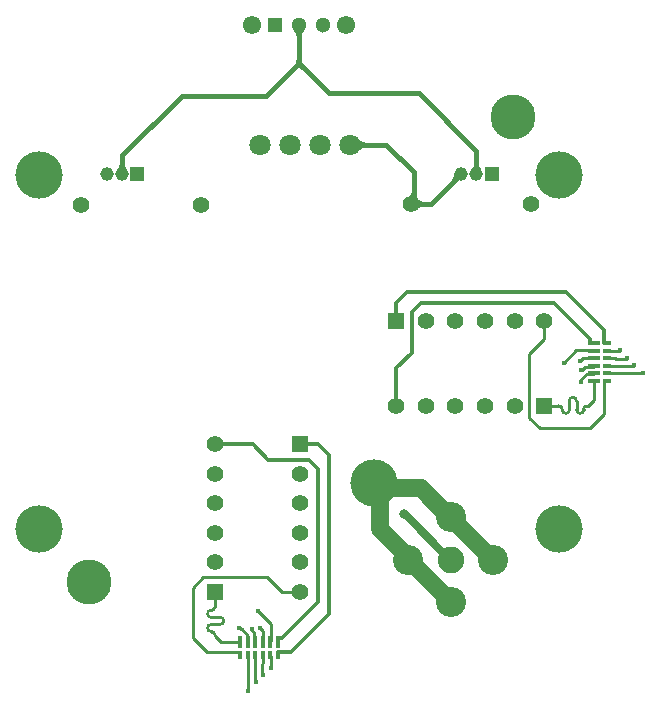
<source format=gbr>
%TF.GenerationSoftware,Altium Limited,Altium Designer,23.3.1 (30)*%
G04 Layer_Physical_Order=1*
G04 Layer_Color=255*
%FSLAX45Y45*%
%MOMM*%
%TF.SameCoordinates,3FCD108A-851F-4062-9BED-621BEB009867*%
%TF.FilePolarity,Positive*%
%TF.FileFunction,Copper,L1,Top,Signal*%
%TF.Part,Single*%
G01*
G75*
%TA.AperFunction,Conductor*%
%ADD10C,0.25000*%
%TA.AperFunction,SMDPad,CuDef*%
%ADD11R,0.38100X0.76200*%
%ADD12R,0.38100X1.01600*%
%ADD13R,0.76200X0.38100*%
%ADD14R,1.01600X0.38100*%
%TA.AperFunction,Conductor*%
%ADD15C,0.38100*%
%ADD16C,0.76200*%
%ADD17C,0.20320*%
%ADD18C,0.30000*%
%ADD19C,0.63500*%
%ADD20C,0.25400*%
%ADD21C,1.50000*%
%TA.AperFunction,ComponentPad*%
%ADD22C,1.80000*%
%ADD23C,1.40000*%
%ADD24C,1.55000*%
%ADD25C,1.30000*%
%ADD26R,1.30000X1.30000*%
%ADD27R,1.40000X1.40000*%
%ADD28R,1.40000X1.40000*%
%ADD29C,2.25000*%
%ADD30C,2.55000*%
%ADD31R,1.15000X1.15000*%
%ADD32C,1.15000*%
%TA.AperFunction,ViaPad*%
%ADD33C,3.81000*%
%ADD34C,4.00000*%
%ADD35C,0.45000*%
%ADD36C,0.80000*%
G36*
X4971274Y6425366D02*
X4966778Y6420095D01*
X4962810Y6414766D01*
X4959372Y6409380D01*
X4956462Y6403936D01*
X4954082Y6398434D01*
X4952230Y6392875D01*
X4950908Y6387259D01*
X4950114Y6381585D01*
X4949850Y6375854D01*
X4911750D01*
X4911485Y6381585D01*
X4910692Y6387259D01*
X4909369Y6392875D01*
X4907518Y6398434D01*
X4905138Y6403936D01*
X4902228Y6409380D01*
X4898789Y6414766D01*
X4894822Y6420095D01*
X4890326Y6425366D01*
X4885300Y6430580D01*
X4976300D01*
X4971274Y6425366D01*
D02*
G37*
G36*
X4950119Y6194782D02*
X4950928Y6187497D01*
X4952275Y6180435D01*
X4954161Y6173596D01*
X4956585Y6166981D01*
X4959549Y6160588D01*
X4963051Y6154419D01*
X4967092Y6148473D01*
X4971672Y6142750D01*
X4976791Y6137250D01*
X4957741Y6102419D01*
X4952353Y6107268D01*
X4946964Y6111040D01*
X4941576Y6113734D01*
X4936188Y6115350D01*
X4930800Y6115889D01*
X4925412Y6115350D01*
X4920024Y6113734D01*
X4914635Y6111040D01*
X4909247Y6107268D01*
X4903859Y6102419D01*
X4884809Y6137250D01*
X4889928Y6142750D01*
X4894508Y6148473D01*
X4898549Y6154419D01*
X4902051Y6160588D01*
X4905015Y6166981D01*
X4907439Y6173596D01*
X4909325Y6180435D01*
X4910672Y6187497D01*
X4911480Y6194782D01*
X4911750Y6202291D01*
X4949850D01*
X4950119Y6194782D01*
D02*
G37*
G36*
X5432204Y5521223D02*
X5448758Y5507159D01*
X5456781Y5501446D01*
X5464634Y5496612D01*
X5472318Y5492656D01*
X5479833Y5489580D01*
X5487178Y5487382D01*
X5494354Y5486063D01*
X5501360Y5485624D01*
Y5447524D01*
X5494354Y5447085D01*
X5487178Y5445766D01*
X5479833Y5443568D01*
X5472318Y5440492D01*
X5464634Y5436536D01*
X5456781Y5431702D01*
X5448758Y5425989D01*
X5440565Y5419396D01*
X5423673Y5403574D01*
Y5529574D01*
X5432204Y5521223D01*
D02*
G37*
G36*
X3452641Y5306795D02*
X3453277Y5301597D01*
X3454337Y5296521D01*
X3455821Y5291569D01*
X3457729Y5286738D01*
X3460061Y5282031D01*
X3462817Y5277446D01*
X3465997Y5272983D01*
X3469601Y5268643D01*
X3473629Y5264426D01*
X3393129D01*
X3397157Y5268643D01*
X3400761Y5272983D01*
X3403941Y5277446D01*
X3406697Y5282031D01*
X3409029Y5286738D01*
X3410937Y5291569D01*
X3412421Y5296521D01*
X3413481Y5301597D01*
X3414117Y5306795D01*
X3414329Y5312115D01*
X3452429D01*
X3452641Y5306795D01*
D02*
G37*
G36*
X5924550Y5061776D02*
X5924744Y5056709D01*
X5925324Y5051273D01*
X5926291Y5045468D01*
X5929387Y5032751D01*
X5931516Y5025840D01*
X5938845Y5006523D01*
X5941859Y5003918D01*
X5947763Y4999426D01*
X5953680Y4995532D01*
X5959610Y4992237D01*
X5965554Y4989542D01*
X5971510Y4987445D01*
X5977480Y4985948D01*
X5983462Y4985049D01*
X5989458Y4984750D01*
Y4946650D01*
X5983462Y4946351D01*
X5977480Y4945452D01*
X5971510Y4943955D01*
X5965554Y4941858D01*
X5959610Y4939163D01*
X5953680Y4935868D01*
X5947763Y4931974D01*
X5941859Y4927482D01*
X5935968Y4922390D01*
X5930090Y4916700D01*
Y4999880D01*
X5852579Y5030063D01*
X5859014Y5033143D01*
X5864772Y5036591D01*
X5869853Y5040407D01*
X5874256Y5044591D01*
X5877982Y5049142D01*
X5881031Y5054060D01*
X5883401Y5059346D01*
X5885095Y5065001D01*
X5886111Y5071022D01*
X5886450Y5077411D01*
X5924550Y5061776D01*
D02*
G37*
G36*
X6226958Y5174482D02*
X6230567Y5178390D01*
X6233795Y5182511D01*
X6236641Y5186848D01*
X6239105Y5191399D01*
X6241188Y5196165D01*
X6242890Y5201145D01*
X6244210Y5206340D01*
X6245148Y5211749D01*
X6245705Y5217373D01*
X6245880Y5223212D01*
X6302380Y5165871D01*
X6296559Y5165779D01*
X6290949Y5165295D01*
X6285551Y5164419D01*
X6280364Y5163152D01*
X6275389Y5161494D01*
X6270626Y5159444D01*
X6266074Y5157003D01*
X6261733Y5154170D01*
X6257605Y5150946D01*
X6253688Y5147331D01*
X6226958Y5174482D01*
D02*
G37*
G36*
X6452429Y5312116D02*
X6452641Y5306795D01*
X6453277Y5301597D01*
X6454337Y5296522D01*
X6455821Y5291569D01*
X6457729Y5286739D01*
X6460061Y5282031D01*
X6462817Y5277446D01*
X6465997Y5272984D01*
X6469601Y5268644D01*
X6473629Y5264426D01*
X6393129D01*
X6397157Y5268644D01*
X6400761Y5272984D01*
X6403941Y5277446D01*
X6406697Y5282031D01*
X6409029Y5286739D01*
X6410937Y5291569D01*
X6412421Y5296522D01*
X6413481Y5301597D01*
X6414117Y5306795D01*
X6414329Y5312116D01*
X6452429D01*
D02*
G37*
D10*
X7161049Y3226176D02*
G03*
X7131049Y3256176I-30000J0D01*
G01*
X7161049Y3221881D02*
G03*
X7221049Y3221881I30000J0D01*
G01*
X7281049Y3299304D02*
G03*
X7221049Y3299304I-30000J0D01*
G01*
X7281049Y3221881D02*
G03*
X7341049Y3221881I30000J0D01*
G01*
X7371049Y3256176D02*
G03*
X7341049Y3226176I0J-30000D01*
G01*
X4191376Y1525751D02*
G03*
X4221376Y1555751I0J30000D01*
G01*
X4187081Y1525751D02*
G03*
X4187081Y1465751I0J-30000D01*
G01*
X4264504Y1405751D02*
G03*
X4264504Y1465751I0J30000D01*
G01*
X4187081Y1405751D02*
G03*
X4187081Y1345751I0J-30000D01*
G01*
X4221376Y1315751D02*
G03*
X4191376Y1345751I-30000J0D01*
G01*
X7034178Y3256176D02*
X7131049D01*
X7161049Y3221881D02*
Y3226176D01*
X7221049Y3221881D02*
Y3299304D01*
X7281049Y3221881D02*
Y3299304D01*
X7341049Y3221881D02*
Y3226176D01*
X7371049Y3256176D02*
X7378412D01*
X7383550Y3261313D01*
X7034178Y3256176D02*
X7034178D01*
X4221376Y1555751D02*
Y1652622D01*
X4187081Y1525751D02*
X4191376D01*
X4187081Y1465751D02*
X4264504D01*
X4187081Y1405751D02*
X4264504D01*
X4187081Y1345751D02*
X4191376D01*
X4221376Y1308388D02*
Y1315751D01*
Y1308388D02*
X4226514Y1303250D01*
X4497333Y1144499D02*
X4498708Y1143124D01*
Y840241D02*
Y1143124D01*
Y840241D02*
X4500083Y838866D01*
X4625232Y1075739D02*
Y1143601D01*
X4620537Y980924D02*
Y1071044D01*
X4625232Y1075739D01*
X4620537Y980924D02*
X4623941Y977521D01*
X4490783Y1265350D02*
X4497333Y1258800D01*
X4490783Y1265350D02*
Y1318921D01*
X4445847Y1363857D02*
X4490783Y1318921D01*
X4430804Y1371357D02*
X4438304Y1363857D01*
X4426745Y1371357D02*
X4430804D01*
X4438304Y1363857D02*
X4445847D01*
X4624333Y1258800D02*
Y1353195D01*
X4600243Y1377286D02*
X4624333Y1353195D01*
X4598933Y1377286D02*
X4600243D01*
X4690189Y1038897D02*
X4692546Y1036541D01*
X4690189Y1038897D02*
Y1139602D01*
X4686562Y1143229D02*
X4690189Y1139602D01*
X4562792Y918100D02*
X4564752Y916140D01*
X4562792Y918100D02*
Y1142025D01*
X4563050Y1142282D01*
X4787063Y1680484D02*
X4943691D01*
X4659759Y1807788D02*
X4787063Y1680484D01*
X4121404Y1807788D02*
X4659759D01*
X4030296Y1716681D02*
X4121404Y1807788D01*
X4030296Y1291168D02*
Y1716681D01*
Y1291168D02*
X4150645Y1170819D01*
X4424943D01*
X4433833Y1144500D02*
Y1161929D01*
X4424943Y1170819D02*
X4433833Y1161929D01*
X7542301Y3532133D02*
X7543676Y3533508D01*
X7846559Y3533508D01*
X7847934Y3534883D01*
X7543199Y3660032D02*
X7611061D01*
X7615756Y3655337D02*
X7705876Y3655338D01*
X7611061Y3660032D02*
X7615756Y3655337D01*
X7705876Y3655338D02*
X7709279Y3658741D01*
X7322943Y3480647D02*
X7367879Y3525583D01*
X7421450D01*
X7428000Y3532133D01*
X7315443Y3465604D02*
X7315444Y3461545D01*
X7315443Y3465604D02*
X7322943Y3473104D01*
X7322943Y3480647D01*
X7333605Y3659133D02*
X7428000Y3659133D01*
X7309514Y3635042D02*
X7333605Y3659133D01*
X7309514Y3633733D02*
Y3635042D01*
X7547198Y3724989D02*
X7647903D01*
X7650259Y3727346D01*
X7543571Y3721362D02*
X7547198Y3724989D01*
X7544775Y3597592D02*
X7768700Y3597593D01*
X7770660Y3599552D01*
X7544518Y3597850D02*
X7544775Y3597592D01*
X7006316Y3821863D02*
Y3978491D01*
X6879012Y3694559D02*
X7006316Y3821863D01*
X6879012Y3156204D02*
X6879012Y3694559D01*
X6879012Y3156204D02*
X6970119Y3065096D01*
X7395632Y3065097D01*
X7515981Y3185446D01*
X7515981Y3459743D01*
X7524871Y3468633D01*
X7542300D01*
X4270963Y1258800D02*
X4433833D01*
X4263324Y1266439D02*
X4270963Y1258800D01*
X4226514Y1303250D02*
X4263324Y1266439D01*
X4221376Y1652622D02*
Y1680484D01*
X4554283Y1265350D02*
X4560833Y1258800D01*
X4554283Y1265350D02*
Y1335940D01*
X4529407Y1360816D02*
X4554283Y1335940D01*
X4529407Y1360816D02*
Y1366228D01*
X4687832Y1258800D02*
X4691691Y1262659D01*
Y1407054D01*
X4583301Y1515444D02*
X4691691Y1407054D01*
X7428000Y3305763D02*
Y3468633D01*
X7383550Y3261313D02*
X7420361Y3298124D01*
X7420361Y3298124D02*
X7428000Y3305763D01*
X7006316Y3256175D02*
X7034178Y3256176D01*
X7350860Y3589083D02*
X7421449D01*
X7428000Y3595633D01*
X7325985Y3564207D02*
X7350860Y3589083D01*
X7320573Y3564207D02*
X7325985Y3564207D01*
X7424141Y3726491D02*
X7428000Y3722632D01*
X7279746Y3726491D02*
X7424141D01*
X7171356Y3618101D02*
X7279746Y3726491D01*
D11*
X4433833Y1144500D02*
D03*
X4497332D02*
D03*
X4560833Y1144499D02*
D03*
X4624333Y1144500D02*
D03*
X4687833D02*
D03*
X4751333D02*
D03*
D12*
X4433833Y1258800D02*
D03*
X4497333D02*
D03*
X4560833Y1258800D02*
D03*
X4624333Y1258800D02*
D03*
X4687832Y1258800D02*
D03*
X4751333Y1258800D02*
D03*
D13*
X7542301Y3468633D02*
D03*
X7542300Y3532133D02*
D03*
Y3595633D02*
D03*
X7542301Y3659133D02*
D03*
Y3722633D02*
D03*
Y3786132D02*
D03*
D14*
X7428000Y3468633D02*
D03*
Y3532133D02*
D03*
X7428000Y3595633D02*
D03*
X7428000Y3659133D02*
D03*
X7428000Y3722632D02*
D03*
X7428000Y3786133D02*
D03*
D15*
X3433379Y5223363D02*
Y5376479D01*
X3937000Y5880100D01*
X4654600D01*
X4930800Y6156300D01*
X6433379Y5223363D02*
Y5415721D01*
X5943600Y5905500D02*
X6433379Y5415721D01*
X5181600Y5905500D02*
X5943600D01*
X4930800Y6156300D02*
X5181600Y5905500D01*
X5359400Y5466574D02*
X5671326D01*
X5905500Y5232400D01*
X4930800Y6156300D02*
Y6477000D01*
X5905500Y4965700D02*
Y5232400D01*
X6045116Y4965700D02*
X6303079Y5223663D01*
X5905500Y4965700D02*
X6045116D01*
X6303079Y5223663D02*
X6303380Y5223363D01*
D16*
X5125261Y6471461D02*
X5130800Y6477000D01*
D17*
X4497332Y1144500D02*
X4497333Y1144499D01*
X4624333Y1144500D02*
X4625232Y1143601D01*
X4686562Y1143229D02*
X4687833Y1144500D01*
X4560833Y1144499D02*
X4563050Y1142282D01*
X7542300Y3532133D02*
X7542301Y3532133D01*
X7542300Y3659133D02*
X7543199Y3660032D01*
X7542300Y3722633D02*
X7543571Y3721362D01*
X7542300Y3595633D02*
X7544518Y3597850D01*
D18*
X4751333Y1144500D02*
Y1163265D01*
X4757683Y1169615D01*
X4861199D01*
X5182347Y1490763D01*
Y2838733D01*
X5090596Y2930484D02*
X5182347Y2838733D01*
X4943691Y2930484D02*
X5090596D01*
X4751333Y1258800D02*
Y1286435D01*
X4757683Y1292785D01*
X4790279D01*
X5090938Y1593444D01*
Y2721940D01*
X5016694Y2796184D02*
X5090938Y2721940D01*
X4672676Y2796184D02*
X5016694D01*
X4538376Y2930484D02*
X4672676Y2796184D01*
X4221376Y2930484D02*
X4538376D01*
X7523535Y3786133D02*
X7542301Y3786132D01*
X7517185Y3792483D02*
X7523535Y3786133D01*
X7517185Y3792483D02*
X7517186Y3895998D01*
X7196037Y4217147D02*
X7517186Y3895998D01*
X5848067Y4217147D02*
X7196037Y4217147D01*
X5756316Y4125396D02*
X5848067Y4217147D01*
X5756316Y3978491D02*
Y4125396D01*
X7400365Y3786133D02*
X7428001D01*
X7394015Y3792483D02*
X7400365Y3786133D01*
X7394015Y3792483D02*
Y3825079D01*
X7093355Y4125738D02*
X7394015Y3825079D01*
X5964860Y4125738D02*
X7093355Y4125738D01*
X5890616Y4051494D02*
X5964860Y4125738D01*
X5890616Y3707476D02*
Y4051494D01*
X5756316Y3573176D02*
X5890616Y3707476D01*
X5756316Y3256176D02*
Y3573176D01*
D19*
X5826290Y2340763D02*
X6212704Y1954349D01*
D20*
X6216614D01*
X5822379Y2340763D02*
X5826290D01*
D21*
X5568379Y2607462D02*
X5616215Y2559628D01*
X6211572Y2318604D02*
X6575825Y1954350D01*
X5568379Y2607462D02*
X5616215Y2559628D01*
X5852360Y1959393D02*
X6216614Y1595137D01*
X5616215Y2559628D02*
X5964174Y2559627D01*
X5616214Y2211669D02*
X5616215Y2559628D01*
X5616214Y2211669D02*
X5852360Y1975524D01*
X5852360Y1959393D02*
X5852360Y1975524D01*
X6205197Y2318603D02*
X6211572Y2318604D01*
X5964174Y2559627D02*
X6205197Y2318603D01*
D22*
X5359400Y5466574D02*
D03*
X5105400D02*
D03*
X4851400Y5466574D02*
D03*
X4597400Y5466574D02*
D03*
D23*
X5880100Y4965700D02*
D03*
X6896100D02*
D03*
X3086100Y4953000D02*
D03*
X4102100D02*
D03*
X4943691Y2680484D02*
D03*
Y2430484D02*
D03*
Y2180484D02*
D03*
Y1930484D02*
D03*
Y1680484D02*
D03*
X4221375Y1930485D02*
D03*
X4221376Y2180484D02*
D03*
Y2430484D02*
D03*
Y2680484D02*
D03*
Y2930484D02*
D03*
X6006316Y3978491D02*
D03*
X6256316D02*
D03*
X6506316D02*
D03*
X6756316Y3978490D02*
D03*
X7006316Y3978491D02*
D03*
X6756315Y3256175D02*
D03*
X6506316Y3256176D02*
D03*
X6256316Y3256175D02*
D03*
X6006316Y3256176D02*
D03*
X5756316Y3256176D02*
D03*
D24*
X5330799Y6477001D02*
D03*
X4530800Y6477000D02*
D03*
D25*
X5130800Y6477000D02*
D03*
X4930800Y6477000D02*
D03*
D26*
X4730800D02*
D03*
D27*
X4943691Y2930484D02*
D03*
X4221376Y1680484D02*
D03*
D28*
X5756316Y3978491D02*
D03*
X7006316Y3256175D02*
D03*
D29*
X6216614Y1954349D02*
D03*
D30*
X5857403Y1954349D02*
D03*
X6216615Y1595138D02*
D03*
X6575826Y1954347D02*
D03*
X6216615Y2313559D02*
D03*
D31*
X3563379Y5223363D02*
D03*
X6563379D02*
D03*
D32*
X3433379Y5223363D02*
D03*
X3303379D02*
D03*
X6303380D02*
D03*
X6433379Y5223363D02*
D03*
D33*
X6746579Y5704863D02*
D03*
X3152479Y1767863D02*
D03*
D34*
X7133379Y2212363D02*
D03*
Y5212363D02*
D03*
X2733379Y2212363D02*
D03*
Y5212363D02*
D03*
X5568379Y2607462D02*
D03*
D35*
X4500083Y838866D02*
D03*
X4623941Y977521D02*
D03*
X4426745Y1371357D02*
D03*
X4598933Y1377286D02*
D03*
X4692546Y1036541D02*
D03*
X4564752Y916140D02*
D03*
X7847934Y3534883D02*
D03*
X7709279Y3658741D02*
D03*
X7315444Y3461545D02*
D03*
X7309514Y3633733D02*
D03*
X7650259Y3727346D02*
D03*
X7770660Y3599552D02*
D03*
X4529407Y1366228D02*
D03*
X4581309Y1515444D02*
D03*
X7320573Y3564207D02*
D03*
X7171356Y3616109D02*
D03*
D36*
X5822379Y2340763D02*
D03*
%TF.MD5,05ddce061311c34e365df5abc8a0d2ec*%
M02*

</source>
